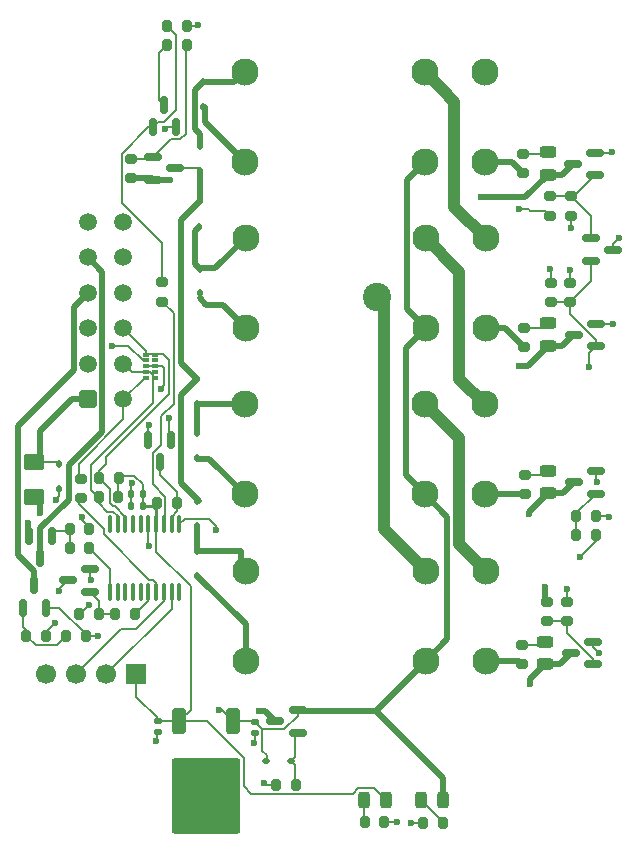
<source format=gbr>
%TF.GenerationSoftware,KiCad,Pcbnew,9.0.4*%
%TF.CreationDate,2026-01-15T15:25:04-08:00*%
%TF.ProjectId,relayBoard,72656c61-7942-46f6-9172-642e6b696361,rev?*%
%TF.SameCoordinates,Original*%
%TF.FileFunction,Copper,L1,Top*%
%TF.FilePolarity,Positive*%
%FSLAX46Y46*%
G04 Gerber Fmt 4.6, Leading zero omitted, Abs format (unit mm)*
G04 Created by KiCad (PCBNEW 9.0.4) date 2026-01-15 15:25:04*
%MOMM*%
%LPD*%
G01*
G04 APERTURE LIST*
G04 Aperture macros list*
%AMRoundRect*
0 Rectangle with rounded corners*
0 $1 Rounding radius*
0 $2 $3 $4 $5 $6 $7 $8 $9 X,Y pos of 4 corners*
0 Add a 4 corners polygon primitive as box body*
4,1,4,$2,$3,$4,$5,$6,$7,$8,$9,$2,$3,0*
0 Add four circle primitives for the rounded corners*
1,1,$1+$1,$2,$3*
1,1,$1+$1,$4,$5*
1,1,$1+$1,$6,$7*
1,1,$1+$1,$8,$9*
0 Add four rect primitives between the rounded corners*
20,1,$1+$1,$2,$3,$4,$5,0*
20,1,$1+$1,$4,$5,$6,$7,0*
20,1,$1+$1,$6,$7,$8,$9,0*
20,1,$1+$1,$8,$9,$2,$3,0*%
G04 Aperture macros list end*
%TA.AperFunction,SMDPad,CuDef*%
%ADD10RoundRect,0.112500X-0.112500X0.187500X-0.112500X-0.187500X0.112500X-0.187500X0.112500X0.187500X0*%
%TD*%
%TA.AperFunction,SMDPad,CuDef*%
%ADD11RoundRect,0.200000X0.200000X0.275000X-0.200000X0.275000X-0.200000X-0.275000X0.200000X-0.275000X0*%
%TD*%
%TA.AperFunction,ComponentPad*%
%ADD12C,1.500000*%
%TD*%
%TA.AperFunction,ComponentPad*%
%ADD13RoundRect,0.250001X0.499999X-0.499999X0.499999X0.499999X-0.499999X0.499999X-0.499999X-0.499999X0*%
%TD*%
%TA.AperFunction,SMDPad,CuDef*%
%ADD14RoundRect,0.150000X-0.150000X0.587500X-0.150000X-0.587500X0.150000X-0.587500X0.150000X0.587500X0*%
%TD*%
%TA.AperFunction,SMDPad,CuDef*%
%ADD15RoundRect,0.150000X0.150000X-0.587500X0.150000X0.587500X-0.150000X0.587500X-0.150000X-0.587500X0*%
%TD*%
%TA.AperFunction,SMDPad,CuDef*%
%ADD16RoundRect,0.250000X-0.350000X0.850000X-0.350000X-0.850000X0.350000X-0.850000X0.350000X0.850000X0*%
%TD*%
%TA.AperFunction,SMDPad,CuDef*%
%ADD17RoundRect,0.249997X-2.650003X2.950003X-2.650003X-2.950003X2.650003X-2.950003X2.650003X2.950003X0*%
%TD*%
%TA.AperFunction,SMDPad,CuDef*%
%ADD18RoundRect,0.150000X0.587500X0.150000X-0.587500X0.150000X-0.587500X-0.150000X0.587500X-0.150000X0*%
%TD*%
%TA.AperFunction,SMDPad,CuDef*%
%ADD19RoundRect,0.200000X-0.200000X-0.275000X0.200000X-0.275000X0.200000X0.275000X-0.200000X0.275000X0*%
%TD*%
%TA.AperFunction,SMDPad,CuDef*%
%ADD20RoundRect,0.112500X0.112500X-0.187500X0.112500X0.187500X-0.112500X0.187500X-0.112500X-0.187500X0*%
%TD*%
%TA.AperFunction,SMDPad,CuDef*%
%ADD21RoundRect,0.140000X-0.170000X0.140000X-0.170000X-0.140000X0.170000X-0.140000X0.170000X0.140000X0*%
%TD*%
%TA.AperFunction,SMDPad,CuDef*%
%ADD22RoundRect,0.243750X0.456250X-0.243750X0.456250X0.243750X-0.456250X0.243750X-0.456250X-0.243750X0*%
%TD*%
%TA.AperFunction,SMDPad,CuDef*%
%ADD23RoundRect,0.200000X0.275000X-0.200000X0.275000X0.200000X-0.275000X0.200000X-0.275000X-0.200000X0*%
%TD*%
%TA.AperFunction,ComponentPad*%
%ADD24C,2.300000*%
%TD*%
%TA.AperFunction,SMDPad,CuDef*%
%ADD25RoundRect,0.140000X0.140000X0.170000X-0.140000X0.170000X-0.140000X-0.170000X0.140000X-0.170000X0*%
%TD*%
%TA.AperFunction,SMDPad,CuDef*%
%ADD26RoundRect,0.100000X-0.100000X0.637500X-0.100000X-0.637500X0.100000X-0.637500X0.100000X0.637500X0*%
%TD*%
%TA.AperFunction,SMDPad,CuDef*%
%ADD27RoundRect,0.200000X-0.275000X0.200000X-0.275000X-0.200000X0.275000X-0.200000X0.275000X0.200000X0*%
%TD*%
%TA.AperFunction,SMDPad,CuDef*%
%ADD28RoundRect,0.243750X-0.243750X-0.456250X0.243750X-0.456250X0.243750X0.456250X-0.243750X0.456250X0*%
%TD*%
%TA.AperFunction,ComponentPad*%
%ADD29R,1.700000X1.700000*%
%TD*%
%TA.AperFunction,ComponentPad*%
%ADD30C,1.700000*%
%TD*%
%TA.AperFunction,SMDPad,CuDef*%
%ADD31RoundRect,0.112500X-0.187500X-0.112500X0.187500X-0.112500X0.187500X0.112500X-0.187500X0.112500X0*%
%TD*%
%TA.AperFunction,SMDPad,CuDef*%
%ADD32RoundRect,0.150000X-0.587500X-0.150000X0.587500X-0.150000X0.587500X0.150000X-0.587500X0.150000X0*%
%TD*%
%TA.AperFunction,SMDPad,CuDef*%
%ADD33RoundRect,0.075000X-0.200000X0.075000X-0.200000X-0.075000X0.200000X-0.075000X0.200000X0.075000X0*%
%TD*%
%TA.AperFunction,SMDPad,CuDef*%
%ADD34RoundRect,0.250001X-0.624999X0.462499X-0.624999X-0.462499X0.624999X-0.462499X0.624999X0.462499X0*%
%TD*%
%TA.AperFunction,SMDPad,CuDef*%
%ADD35RoundRect,0.140000X-0.140000X-0.170000X0.140000X-0.170000X0.140000X0.170000X-0.140000X0.170000X0*%
%TD*%
%TA.AperFunction,ViaPad*%
%ADD36C,0.600000*%
%TD*%
%TA.AperFunction,ViaPad*%
%ADD37C,2.400000*%
%TD*%
%TA.AperFunction,Conductor*%
%ADD38C,0.200000*%
%TD*%
%TA.AperFunction,Conductor*%
%ADD39C,0.500000*%
%TD*%
%TA.AperFunction,Conductor*%
%ADD40C,1.000000*%
%TD*%
%TA.AperFunction,Conductor*%
%ADD41C,0.250000*%
%TD*%
G04 APERTURE END LIST*
D10*
%TO.P,D7,2,A2*%
%TO.N,GND*%
X83070000Y-74720000D03*
%TO.P,D7,1,A1*%
%TO.N,BAT+*%
X83070000Y-72620000D03*
%TD*%
D11*
%TO.P,R15,1*%
%TO.N,Net-(U5-PA4)*%
X85585000Y-79720000D03*
%TO.P,R15,2*%
%TO.N,Net-(Q5-G)*%
X83935000Y-79720000D03*
%TD*%
D12*
%TO.P,J1,12,Pin_12*%
%TO.N,BSPD Fault*%
X88490000Y-52110000D03*
%TO.P,J1,11,Pin_11*%
%TO.N,SDC 1*%
X88490000Y-55110000D03*
%TO.P,J1,10,Pin_10*%
%TO.N,SDC 2*%
X88490000Y-58110000D03*
%TO.P,J1,9,Pin_9*%
%TO.N,Reset*%
X88490000Y-61110000D03*
%TO.P,J1,8,Pin_8*%
%TO.N,BMS Fault*%
X88490000Y-64110000D03*
%TO.P,J1,7,Pin_7*%
%TO.N,No_Faults*%
X88490000Y-67110000D03*
%TO.P,J1,6,Pin_6*%
%TO.N,IMD Fault*%
X85490000Y-52110000D03*
%TO.P,J1,5,Pin_5*%
%TO.N,Extra_GPIO_LOW*%
X85490000Y-55110000D03*
%TO.P,J1,4,Pin_4*%
%TO.N,Extra_GPIO_High*%
X85490000Y-58110000D03*
%TO.P,J1,3,Pin_3*%
%TO.N,Precharge_fault*%
X85490000Y-61110000D03*
%TO.P,J1,2,Pin_2*%
%TO.N,GND*%
X85490000Y-64110000D03*
D13*
%TO.P,J1,1,Pin_1*%
%TO.N,BAT+*%
X85490000Y-67110000D03*
%TD*%
D14*
%TO.P,Q5,3,D*%
%TO.N,Extra_GPIO_LOW*%
X81452500Y-80552500D03*
%TO.P,Q5,2,S*%
%TO.N,GND*%
X80502500Y-78677500D03*
%TO.P,Q5,1,G*%
%TO.N,Net-(Q5-G)*%
X82402500Y-78677500D03*
%TD*%
D15*
%TO.P,Q12,3,D*%
%TO.N,Extra_GPIO_High*%
X80937500Y-82882500D03*
%TO.P,Q12,2,S*%
%TO.N,GLV+*%
X81887500Y-84757500D03*
%TO.P,Q12,1,G*%
%TO.N,Net-(Q12-G)*%
X79987500Y-84757500D03*
%TD*%
D16*
%TO.P,U4,3,OUT*%
%TO.N,+3.3V*%
X93195000Y-94395000D03*
D17*
%TO.P,U4,2,GND*%
%TO.N,GND*%
X95475000Y-100695000D03*
D16*
%TO.P,U4,1,IN*%
%TO.N,GLV+*%
X97755000Y-94395000D03*
%TD*%
D18*
%TO.P,Q8,3,D*%
%TO.N,Net-(Q8-D)*%
X83775000Y-82460000D03*
%TO.P,Q8,2,S*%
%TO.N,GND*%
X85650000Y-81510000D03*
%TO.P,Q8,1,G*%
%TO.N,Net-(Q8-G)*%
X85650000Y-83410000D03*
%TD*%
D11*
%TO.P,R29,2*%
%TO.N,Net-(Q8-G)*%
X87785000Y-85280000D03*
%TO.P,R29,1*%
%TO.N,Net-(U5-PA9{slash}PA11)*%
X89435000Y-85280000D03*
%TD*%
%TO.P,R30,2*%
%TO.N,Net-(Q12-G)*%
X80265000Y-87160000D03*
%TO.P,R30,1*%
%TO.N,Net-(Q8-D)*%
X81915000Y-87160000D03*
%TD*%
D19*
%TO.P,R31,1*%
%TO.N,Net-(Q12-G)*%
X83625000Y-87160000D03*
%TO.P,R31,2*%
%TO.N,GLV+*%
X85275000Y-87160000D03*
%TD*%
%TO.P,R28,1*%
%TO.N,GND*%
X84745000Y-85300000D03*
%TO.P,R28,2*%
%TO.N,Net-(Q8-G)*%
X86395000Y-85300000D03*
%TD*%
D20*
%TO.P,D5,1,K*%
%TO.N,Net-(D5-K)*%
X94700000Y-67510000D03*
%TO.P,D5,2,A*%
%TO.N,Net-(D11-A)*%
X94700000Y-65410000D03*
%TD*%
D21*
%TO.P,C2,1*%
%TO.N,+3.3V*%
X91377500Y-94345000D03*
%TO.P,C2,2*%
%TO.N,GND*%
X91377500Y-95305000D03*
%TD*%
D19*
%TO.P,R4,1*%
%TO.N,BMS Fault*%
X86380000Y-75410000D03*
%TO.P,R4,2*%
%TO.N,+3.3V*%
X88030000Y-75410000D03*
%TD*%
D22*
%TO.P,D14,1,K*%
%TO.N,/Drain_IMD*%
X124390000Y-62570000D03*
%TO.P,D14,2,A*%
%TO.N,Net-(D14-A)*%
X124390000Y-60695000D03*
%TD*%
D20*
%TO.P,D11,1,K*%
%TO.N,Net-(D10-K)*%
X94730000Y-77847500D03*
%TO.P,D11,2,A*%
%TO.N,Net-(D11-A)*%
X94730000Y-75747500D03*
%TD*%
D23*
%TO.P,R13,1*%
%TO.N,Net-(Q11-G)*%
X124310000Y-85925000D03*
%TO.P,R13,2*%
%TO.N,Precharge_fault*%
X124310000Y-84275000D03*
%TD*%
D11*
%TO.P,R21,1*%
%TO.N,Net-(GLV1-Pad1)*%
X115505000Y-103010000D03*
%TO.P,R21,2*%
%TO.N,GND*%
X113855000Y-103010000D03*
%TD*%
D23*
%TO.P,R3,1*%
%TO.N,Net-(U5-PA10{slash}PA12)*%
X84920000Y-75505000D03*
%TO.P,R3,2*%
%TO.N,No_Faults*%
X84920000Y-73855000D03*
%TD*%
D24*
%TO.P,K6,1,1*%
%TO.N,/Drain_BSPD*%
X98740000Y-47020000D03*
%TO.P,K6,2,2*%
%TO.N,GLV+*%
X113980000Y-47020000D03*
%TO.P,K6,3,3*%
%TO.N,Net-(D1-K)*%
X119060000Y-47020000D03*
%TO.P,K6,4,4*%
%TO.N,SDC 1*%
X119060000Y-39400000D03*
%TO.P,K6,5,5*%
%TO.N,Net-(K5-Pad4)*%
X113980000Y-39400000D03*
%TO.P,K6,6,6*%
%TO.N,Net-(D1-K)*%
X98740000Y-39400000D03*
%TD*%
D25*
%TO.P,C7,1*%
%TO.N,+3.3V*%
X90120000Y-75140000D03*
%TO.P,C7,2*%
%TO.N,GND*%
X89160000Y-75140000D03*
%TD*%
D26*
%TO.P,U5,1,PB7*%
%TO.N,BMS_Gate*%
X93205000Y-77705000D03*
%TO.P,U5,2,PC14*%
%TO.N,Net-(Q2-D)*%
X92555000Y-77705000D03*
%TO.P,U5,3,PC15*%
%TO.N,Reset_Latch*%
X91905000Y-77705000D03*
%TO.P,U5,4,VDD*%
%TO.N,+3.3V*%
X91255000Y-77705000D03*
%TO.P,U5,5,VSS*%
%TO.N,GND*%
X90605000Y-77705000D03*
%TO.P,U5,6,PF2*%
%TO.N,unconnected-(U5-PF2-Pad6)*%
X89955000Y-77705000D03*
%TO.P,U5,7,PA0*%
%TO.N,unconnected-(U5-PA0-Pad7)*%
X89305000Y-77705000D03*
%TO.P,U5,8,PA1*%
%TO.N,Reset*%
X88655000Y-77705000D03*
%TO.P,U5,9,PA2*%
%TO.N,BMS Fault*%
X88005000Y-77705000D03*
%TO.P,U5,10,PA3*%
%TO.N,unconnected-(U5-PA3-Pad10)*%
X87355000Y-77705000D03*
%TO.P,U5,11,PA4*%
%TO.N,Net-(U5-PA4)*%
X87355000Y-83430000D03*
%TO.P,U5,12,PA5*%
%TO.N,unconnected-(U5-PA5-Pad12)*%
X88005000Y-83430000D03*
%TO.P,U5,13,PA6*%
%TO.N,unconnected-(U5-PA6-Pad13)*%
X88655000Y-83430000D03*
%TO.P,U5,14,PA7*%
%TO.N,unconnected-(U5-PA7-Pad14)*%
X89305000Y-83430000D03*
%TO.P,U5,15,PA8*%
%TO.N,unconnected-(U5-PA8-Pad15)*%
X89955000Y-83430000D03*
%TO.P,U5,16,PA9/PA11*%
%TO.N,Net-(U5-PA9{slash}PA11)*%
X90605000Y-83430000D03*
%TO.P,U5,17,PA10/PA12*%
%TO.N,Net-(U5-PA10{slash}PA12)*%
X91255000Y-83430000D03*
%TO.P,U5,18,PA13*%
%TO.N,SWDIO*%
X91905000Y-83430000D03*
%TO.P,U5,19,PA14*%
%TO.N,SWCLK*%
X92555000Y-83430000D03*
%TO.P,U5,20,PB6*%
%TO.N,unconnected-(U5-PB6-Pad20)*%
X93205000Y-83430000D03*
%TD*%
D27*
%TO.P,R16,1*%
%TO.N,GND*%
X126030000Y-84275000D03*
%TO.P,R16,2*%
%TO.N,Net-(Q11-G)*%
X126030000Y-85925000D03*
%TD*%
D23*
%TO.P,R8,1*%
%TO.N,GND*%
X126390000Y-51575000D03*
%TO.P,R8,2*%
%TO.N,BSPD_gate*%
X126390000Y-49925000D03*
%TD*%
D27*
%TO.P,R26,1*%
%TO.N,Net-(Q3-G)*%
X89102500Y-46735000D03*
%TO.P,R26,2*%
%TO.N,GLV+*%
X89102500Y-48385000D03*
%TD*%
D24*
%TO.P,K4,1,1*%
%TO.N,/Drain_BMS*%
X98750000Y-75170000D03*
%TO.P,K4,2,2*%
%TO.N,GLV+*%
X113990000Y-75170000D03*
%TO.P,K4,3,3*%
%TO.N,Net-(D5-K)*%
X119070000Y-75170000D03*
%TO.P,K4,4,4*%
%TO.N,Net-(K4-Pad4)*%
X119070000Y-67550000D03*
%TO.P,K4,5,5*%
%TO.N,Net-(K4-Pad5)*%
X113990000Y-67550000D03*
%TO.P,K4,6,6*%
%TO.N,Net-(D5-K)*%
X98750000Y-67550000D03*
%TD*%
D28*
%TO.P,GLV1,1*%
%TO.N,Net-(GLV1-Pad1)*%
X113642500Y-101070000D03*
%TO.P,GLV1,2*%
%TO.N,GLV+*%
X115517500Y-101070000D03*
%TD*%
D24*
%TO.P,K5,1,1*%
%TO.N,/Drain_IMD*%
X98830000Y-61060000D03*
%TO.P,K5,2,2*%
%TO.N,GLV+*%
X114070000Y-61060000D03*
%TO.P,K5,3,3*%
%TO.N,Net-(D3-K)*%
X119150000Y-61060000D03*
%TO.P,K5,4,4*%
%TO.N,Net-(K5-Pad4)*%
X119150000Y-53440000D03*
%TO.P,K5,5,5*%
%TO.N,Net-(K4-Pad4)*%
X114070000Y-53440000D03*
%TO.P,K5,6,6*%
%TO.N,Net-(D3-K)*%
X98830000Y-53440000D03*
%TD*%
D11*
%TO.P,R7,1*%
%TO.N,GND*%
X128475000Y-77020000D03*
%TO.P,R7,2*%
%TO.N,Net-(Q10-G)*%
X126825000Y-77020000D03*
%TD*%
D10*
%TO.P,D1,1,K*%
%TO.N,Net-(D1-K)*%
X95180000Y-40270000D03*
%TO.P,D1,2,A*%
%TO.N,/Drain_BSPD*%
X95180000Y-42370000D03*
%TD*%
D15*
%TO.P,Q4,1,G*%
%TO.N,Net-(Q4-G)*%
X91000000Y-44047500D03*
%TO.P,Q4,2,S*%
%TO.N,GND*%
X92900000Y-44047500D03*
%TO.P,Q4,3,D*%
%TO.N,Net-(Q4-D)*%
X91950000Y-42172500D03*
%TD*%
D23*
%TO.P,R22,1*%
%TO.N,Reset_Latch*%
X91730000Y-58840000D03*
%TO.P,R22,2*%
%TO.N,Net-(Q4-G)*%
X91730000Y-57190000D03*
%TD*%
D19*
%TO.P,R25,1*%
%TO.N,Net-(Q4-D)*%
X92205000Y-37080000D03*
%TO.P,R25,2*%
%TO.N,Net-(Q3-G)*%
X93855000Y-37080000D03*
%TD*%
D22*
%TO.P,D15,1,K*%
%TO.N,/Drain_BMS*%
X124430000Y-75070000D03*
%TO.P,D15,2,A*%
%TO.N,Net-(D15-A)*%
X124430000Y-73195000D03*
%TD*%
D10*
%TO.P,D10,1,K*%
%TO.N,Net-(D10-K)*%
X94730000Y-79950000D03*
%TO.P,D10,2,A*%
%TO.N,/Drain_Precharge*%
X94730000Y-82050000D03*
%TD*%
D19*
%TO.P,R9,1*%
%TO.N,Net-(Q10-G)*%
X126835000Y-78650000D03*
%TO.P,R9,2*%
%TO.N,BMS_Gate*%
X128485000Y-78650000D03*
%TD*%
D18*
%TO.P,Q9,1,G*%
%TO.N,IMD_Gate*%
X128477500Y-62622500D03*
%TO.P,Q9,2,S*%
%TO.N,GND*%
X128477500Y-60722500D03*
%TO.P,Q9,3,D*%
%TO.N,/Drain_IMD*%
X126602500Y-61672500D03*
%TD*%
%TO.P,Q11,1,G*%
%TO.N,Net-(Q11-G)*%
X128250000Y-89570000D03*
%TO.P,Q11,2,S*%
%TO.N,GND*%
X128250000Y-87670000D03*
%TO.P,Q11,3,D*%
%TO.N,/Drain_Precharge*%
X126375000Y-88620000D03*
%TD*%
D29*
%TO.P,J2,1,Pin_1*%
%TO.N,+3.3V*%
X89590000Y-90360000D03*
D30*
%TO.P,J2,2,Pin_2*%
%TO.N,SWCLK*%
X87050000Y-90360000D03*
%TO.P,J2,3,Pin_3*%
%TO.N,SWDIO*%
X84510000Y-90360000D03*
%TO.P,J2,4,Pin_4*%
%TO.N,GND*%
X81970000Y-90360000D03*
%TD*%
D31*
%TO.P,D17,1,K*%
%TO.N,GLV+*%
X100580000Y-97770000D03*
%TO.P,D17,2,A*%
%TO.N,Net-(D17-A)*%
X102680000Y-97770000D03*
%TD*%
D19*
%TO.P,R20,1*%
%TO.N,Net-(3V1-Pad1)*%
X108902500Y-102891250D03*
%TO.P,R20,2*%
%TO.N,GND*%
X110552500Y-102891250D03*
%TD*%
D27*
%TO.P,R5,1*%
%TO.N,BSPD_gate*%
X124610000Y-49915000D03*
%TO.P,R5,2*%
%TO.N,BSPD Fault*%
X124610000Y-51565000D03*
%TD*%
D32*
%TO.P,D8,1,A1*%
%TO.N,BSPD_gate*%
X128052500Y-53490000D03*
%TO.P,D8,2,A1*%
%TO.N,IMD_Gate*%
X128052500Y-55390000D03*
%TO.P,D8,3,K*%
%TO.N,GND*%
X129927500Y-54440000D03*
%TD*%
D20*
%TO.P,D4,1,K*%
%TO.N,Net-(D3-K)*%
X94920000Y-52510000D03*
%TO.P,D4,2,A*%
%TO.N,Net-(D11-A)*%
X94920000Y-50410000D03*
%TD*%
D18*
%TO.P,Q6,1,G*%
%TO.N,Net-(D17-A)*%
X103227500Y-95342500D03*
%TO.P,Q6,2,S*%
%TO.N,GLV+*%
X103227500Y-93442500D03*
%TO.P,Q6,3,D*%
%TO.N,Net-(Q6-D)*%
X101352500Y-94392500D03*
%TD*%
D19*
%TO.P,R14,1*%
%TO.N,Reset*%
X86430000Y-73810000D03*
%TO.P,R14,2*%
%TO.N,+3.3V*%
X88080000Y-73810000D03*
%TD*%
D27*
%TO.P,R10,1*%
%TO.N,Net-(D14-A)*%
X122420000Y-61055000D03*
%TO.P,R10,2*%
%TO.N,Net-(D3-K)*%
X122420000Y-62705000D03*
%TD*%
D23*
%TO.P,R17,1*%
%TO.N,IMD_Gate*%
X124650000Y-58900000D03*
%TO.P,R17,2*%
%TO.N,IMD Fault*%
X124650000Y-57250000D03*
%TD*%
D21*
%TO.P,C1,1*%
%TO.N,GLV+*%
X99597500Y-94405000D03*
%TO.P,C1,2*%
%TO.N,GND*%
X99597500Y-95365000D03*
%TD*%
D11*
%TO.P,R27,1*%
%TO.N,GND*%
X93835000Y-35500000D03*
%TO.P,R27,2*%
%TO.N,Net-(Q4-G)*%
X92185000Y-35500000D03*
%TD*%
D33*
%TO.P,U2,1,D1+*%
%TO.N,Reset*%
X90410000Y-63330000D03*
%TO.P,U2,2,D1-*%
%TO.N,Precharge_fault*%
X90410000Y-63830000D03*
%TO.P,U2,3,GND*%
%TO.N,GND*%
X90410000Y-64330000D03*
%TO.P,U2,4,D2+*%
%TO.N,BMS Fault*%
X90410000Y-64830000D03*
%TO.P,U2,5,D2-*%
%TO.N,No_Faults*%
X90410000Y-65330000D03*
%TO.P,U2,6,NC*%
%TO.N,unconnected-(U2-NC-Pad6)*%
X91180000Y-65330000D03*
%TO.P,U2,7,NC*%
%TO.N,unconnected-(U2-NC-Pad7)*%
X91180000Y-64830000D03*
%TO.P,U2,8,GND*%
%TO.N,GND*%
X91180000Y-64330000D03*
%TO.P,U2,9,NC*%
%TO.N,unconnected-(U2-NC-Pad9)*%
X91180000Y-63830000D03*
%TO.P,U2,10,NC*%
%TO.N,unconnected-(U2-NC-Pad10)*%
X91180000Y-63330000D03*
%TD*%
D18*
%TO.P,Q10,1,G*%
%TO.N,Net-(Q10-G)*%
X128517500Y-75102500D03*
%TO.P,Q10,2,S*%
%TO.N,GND*%
X128517500Y-73202500D03*
%TO.P,Q10,3,D*%
%TO.N,/Drain_BMS*%
X126642500Y-74152500D03*
%TD*%
D28*
%TO.P,3V1,1*%
%TO.N,Net-(3V1-Pad1)*%
X108860000Y-101031250D03*
%TO.P,3V1,2*%
%TO.N,+3.3V*%
X110735000Y-101031250D03*
%TD*%
D22*
%TO.P,D13,1,K*%
%TO.N,/Drain_BSPD*%
X124410000Y-48097500D03*
%TO.P,D13,2,A*%
%TO.N,Net-(D13-A)*%
X124410000Y-46222500D03*
%TD*%
D19*
%TO.P,R19,1*%
%TO.N,+3.3V*%
X91345000Y-75890000D03*
%TO.P,R19,2*%
%TO.N,Net-(Q2-D)*%
X92995000Y-75890000D03*
%TD*%
D18*
%TO.P,Q1,1,G*%
%TO.N,BSPD_gate*%
X128437500Y-48142500D03*
%TO.P,Q1,2,S*%
%TO.N,GND*%
X128437500Y-46242500D03*
%TO.P,Q1,3,D*%
%TO.N,/Drain_BSPD*%
X126562500Y-47192500D03*
%TD*%
D34*
%TO.P,F1,1*%
%TO.N,BAT+*%
X80920000Y-72422500D03*
%TO.P,F1,2*%
%TO.N,Net-(Q6-D)*%
X80920000Y-75397500D03*
%TD*%
D27*
%TO.P,R11,1*%
%TO.N,Net-(D15-A)*%
X122470000Y-73500000D03*
%TO.P,R11,2*%
%TO.N,Net-(D5-K)*%
X122470000Y-75150000D03*
%TD*%
%TO.P,R18,1*%
%TO.N,GND*%
X126270000Y-57260000D03*
%TO.P,R18,2*%
%TO.N,IMD_Gate*%
X126270000Y-58910000D03*
%TD*%
%TO.P,R12,1*%
%TO.N,Net-(D16-A)*%
X122230000Y-87895000D03*
%TO.P,R12,2*%
%TO.N,Net-(D10-K)*%
X122230000Y-89545000D03*
%TD*%
D35*
%TO.P,C6,1*%
%TO.N,GND*%
X89160000Y-76150000D03*
%TO.P,C6,2*%
%TO.N,+3.3V*%
X90120000Y-76150000D03*
%TD*%
D10*
%TO.P,D2,1,K*%
%TO.N,Net-(D1-K)*%
X95000000Y-45690000D03*
%TO.P,D2,2,A*%
%TO.N,Net-(D11-A)*%
X95000000Y-47790000D03*
%TD*%
D11*
%TO.P,R2,1*%
%TO.N,GND*%
X85595000Y-78100000D03*
%TO.P,R2,2*%
%TO.N,Net-(Q5-G)*%
X83945000Y-78100000D03*
%TD*%
D10*
%TO.P,D3,1,K*%
%TO.N,Net-(D3-K)*%
X94940000Y-56050000D03*
%TO.P,D3,2,A*%
%TO.N,/Drain_IMD*%
X94940000Y-58150000D03*
%TD*%
D11*
%TO.P,R1,1*%
%TO.N,Net-(D17-A)*%
X103075000Y-99750000D03*
%TO.P,R1,2*%
%TO.N,GND*%
X101425000Y-99750000D03*
%TD*%
D27*
%TO.P,R6,1*%
%TO.N,Net-(D13-A)*%
X122340000Y-46315000D03*
%TO.P,R6,2*%
%TO.N,Net-(D1-K)*%
X122340000Y-47965000D03*
%TD*%
D10*
%TO.P,D6,1,K*%
%TO.N,Net-(D5-K)*%
X94700000Y-70010000D03*
%TO.P,D6,2,A*%
%TO.N,/Drain_BMS*%
X94700000Y-72110000D03*
%TD*%
D14*
%TO.P,Q2,1,G*%
%TO.N,IMD_Gate*%
X92502500Y-70592500D03*
%TO.P,Q2,2,S*%
%TO.N,GND*%
X90602500Y-70592500D03*
%TO.P,Q2,3,D*%
%TO.N,Net-(Q2-D)*%
X91552500Y-72467500D03*
%TD*%
D22*
%TO.P,D16,1,K*%
%TO.N,/Drain_Precharge*%
X124210000Y-89547500D03*
%TO.P,D16,2,A*%
%TO.N,Net-(D16-A)*%
X124210000Y-87672500D03*
%TD*%
D32*
%TO.P,Q3,1,G*%
%TO.N,Net-(Q3-G)*%
X91002500Y-46620000D03*
%TO.P,Q3,2,S*%
%TO.N,GLV+*%
X91002500Y-48520000D03*
%TO.P,Q3,3,D*%
%TO.N,Net-(D11-A)*%
X92877500Y-47570000D03*
%TD*%
D24*
%TO.P,K7,1,1*%
%TO.N,/Drain_Precharge*%
X98830000Y-89250000D03*
%TO.P,K7,2,2*%
%TO.N,GLV+*%
X114070000Y-89250000D03*
%TO.P,K7,3,3*%
%TO.N,Net-(D10-K)*%
X119150000Y-89250000D03*
%TO.P,K7,4,4*%
%TO.N,Net-(K4-Pad5)*%
X119150000Y-81630000D03*
%TO.P,K7,5,5*%
%TO.N,SDC 2*%
X114070000Y-81630000D03*
%TO.P,K7,6,6*%
%TO.N,Net-(D10-K)*%
X98830000Y-81630000D03*
%TD*%
D36*
%TO.N,Precharge_fault*%
X87533096Y-62623995D03*
%TO.N,GND*%
X82750000Y-75630000D03*
X85570000Y-84510000D03*
X85720000Y-82450000D03*
%TO.N,GLV+*%
X96540000Y-93460000D03*
X86340000Y-87160000D03*
%TO.N,Net-(Q8-D)*%
X83050000Y-83340000D03*
X82670000Y-86070000D03*
%TO.N,GND*%
X94290000Y-98470000D03*
X94830000Y-35430000D03*
X94280000Y-101430000D03*
X95260000Y-102190000D03*
X99580000Y-96200000D03*
X111627500Y-102891250D03*
X129920000Y-60710000D03*
X96320000Y-101450000D03*
X97260000Y-99230000D03*
X96330000Y-99970000D03*
X96330000Y-99230000D03*
X128590000Y-74150000D03*
X112820000Y-103030000D03*
X94290000Y-99950000D03*
X93280000Y-99950000D03*
X97260000Y-100710000D03*
X95260000Y-102930000D03*
X93280000Y-98470000D03*
X93280000Y-99210000D03*
X129890000Y-46210000D03*
X128740000Y-88590000D03*
X90620000Y-69260000D03*
X96320000Y-102930000D03*
X126030000Y-83160000D03*
X80440000Y-77620000D03*
X89170000Y-74220000D03*
X126280000Y-56210000D03*
X93270000Y-101430000D03*
X130450000Y-53490000D03*
X95270000Y-99970000D03*
X91250000Y-96080000D03*
X129630000Y-77050000D03*
X93280000Y-100690000D03*
X97250000Y-102190000D03*
X97250000Y-101450000D03*
X85000735Y-77109265D03*
X95270000Y-98490000D03*
X94290000Y-99210000D03*
X97250000Y-102930000D03*
X94280000Y-102170000D03*
X96330000Y-98490000D03*
X97260000Y-99970000D03*
X126410000Y-52620000D03*
X100370000Y-99640000D03*
X90620000Y-79520000D03*
X95260000Y-101450000D03*
X96330000Y-100710000D03*
X92000000Y-44240000D03*
X96320000Y-102190000D03*
X91630000Y-66210000D03*
X93270000Y-102170000D03*
X94290000Y-100690000D03*
X97260000Y-98490000D03*
X95270000Y-100710000D03*
X94280000Y-102910000D03*
X95270000Y-99230000D03*
X93270000Y-102910000D03*
D37*
%TO.N,SDC 2*%
X109930000Y-58490000D03*
D36*
%TO.N,/Drain_BMS*%
X122840000Y-76810000D03*
%TO.N,/Drain_BSPD*%
X118720000Y-50030000D03*
%TO.N,/Drain_IMD*%
X122000000Y-64260000D03*
%TO.N,BSPD Fault*%
X122010000Y-51000000D03*
%TO.N,IMD_Gate*%
X127940000Y-64390000D03*
X92380000Y-68700000D03*
%TO.N,IMD Fault*%
X124570000Y-56110000D03*
%TO.N,/Drain_Precharge*%
X122930000Y-91200000D03*
%TO.N,Net-(Q6-D)*%
X99960000Y-93550000D03*
X81400000Y-76720000D03*
%TO.N,Precharge_fault*%
X124160000Y-82990000D03*
%TO.N,BMS_Gate*%
X127135000Y-80495000D03*
X96300000Y-78210000D03*
%TO.N,GLV+*%
X92460000Y-48570000D03*
%TD*%
D38*
%TO.N,Precharge_fault*%
X87537091Y-62620000D02*
X88891176Y-62620000D01*
X88891176Y-62620000D02*
X90101176Y-63830000D01*
X90101176Y-63830000D02*
X90410000Y-63830000D01*
D39*
X87533096Y-62623995D02*
X87537091Y-62620000D01*
D38*
%TO.N,BAT+*%
X80920000Y-72422500D02*
X82872500Y-72422500D01*
X82872500Y-72422500D02*
X83070000Y-72620000D01*
%TO.N,GND*%
X83070000Y-74720000D02*
X83070000Y-75310000D01*
X83070000Y-75310000D02*
X82750000Y-75630000D01*
D39*
%TO.N,Extra_GPIO_LOW*%
X81452500Y-80552500D02*
X81452500Y-78017500D01*
X83850000Y-75620000D02*
X83850000Y-72690000D01*
X86691000Y-56311000D02*
X85490000Y-55110000D01*
X81452500Y-78017500D02*
X83850000Y-75620000D01*
X86691000Y-69849000D02*
X86691000Y-56311000D01*
X83850000Y-72690000D02*
X86691000Y-69849000D01*
%TO.N,Extra_GPIO_High*%
X80937500Y-82617500D02*
X80937500Y-81629100D01*
X80937500Y-81629100D02*
X79571000Y-80262600D01*
X84289000Y-59311000D02*
X85490000Y-58110000D01*
X84289000Y-64660841D02*
X84289000Y-59311000D01*
X79571000Y-80262600D02*
X79571000Y-69378841D01*
X79571000Y-69378841D02*
X84289000Y-64660841D01*
D38*
%TO.N,Net-(U5-PA4)*%
X85585000Y-79720000D02*
X87355000Y-81490000D01*
X87355000Y-81490000D02*
X87355000Y-83430000D01*
%TO.N,Net-(Q5-G)*%
X83945000Y-78100000D02*
X83945000Y-79710000D01*
X83945000Y-79710000D02*
X83935000Y-79720000D01*
X82402500Y-78677500D02*
X82770000Y-78310000D01*
X82770000Y-78310000D02*
X84000000Y-78310000D01*
X84000000Y-78310000D02*
X84030000Y-78340000D01*
%TO.N,GND*%
X85495000Y-77824466D02*
X85495000Y-78410000D01*
X85000735Y-77330201D02*
X85495000Y-77824466D01*
X85000735Y-77109265D02*
X85000735Y-77330201D01*
%TO.N,Net-(U5-PA10{slash}PA12)*%
X84740000Y-75585000D02*
X84740000Y-76000000D01*
X84740000Y-76000000D02*
X86854000Y-78114000D01*
X90953999Y-82391500D02*
X91255000Y-82692501D01*
X86854000Y-78114000D02*
X86854000Y-78554000D01*
X86854000Y-78554000D02*
X90691500Y-82391500D01*
X90691500Y-82391500D02*
X90953999Y-82391500D01*
X91255000Y-82692501D02*
X91255000Y-83430000D01*
%TO.N,GND*%
X84745000Y-85300000D02*
X84780000Y-85300000D01*
X84780000Y-85300000D02*
X85570000Y-84510000D01*
X85650000Y-81510000D02*
X85650000Y-82380000D01*
X85650000Y-82380000D02*
X85720000Y-82450000D01*
%TO.N,GLV+*%
X96540000Y-93460000D02*
X96820000Y-93460000D01*
X96820000Y-93460000D02*
X97755000Y-94395000D01*
X85275000Y-87160000D02*
X86340000Y-87160000D01*
%TO.N,SWDIO*%
X89509499Y-86563000D02*
X88307000Y-86563000D01*
X88307000Y-86563000D02*
X84510000Y-90360000D01*
%TO.N,SWCLK*%
X92555000Y-83430000D02*
X92555000Y-84855000D01*
X92555000Y-84855000D02*
X87050000Y-90360000D01*
%TO.N,Net-(Q12-G)*%
X83625000Y-87160000D02*
X82849000Y-87936000D01*
X82849000Y-87936000D02*
X81041000Y-87936000D01*
X81041000Y-87936000D02*
X80265000Y-87160000D01*
%TO.N,GLV+*%
X81887500Y-84757500D02*
X83013436Y-84757500D01*
X83013436Y-84757500D02*
X85275000Y-87019064D01*
X85275000Y-87019064D02*
X85275000Y-87160000D01*
%TO.N,Net-(Q8-D)*%
X83050000Y-83340000D02*
X83050000Y-83185000D01*
X83050000Y-83185000D02*
X83775000Y-82460000D01*
X81915000Y-87160000D02*
X81915000Y-86825000D01*
X81915000Y-86825000D02*
X82670000Y-86070000D01*
%TO.N,Net-(Q12-G)*%
X79987500Y-84757500D02*
X79987500Y-86432500D01*
X79987500Y-86432500D02*
X80385000Y-86830000D01*
%TO.N,Net-(Q8-G)*%
X85650000Y-83410000D02*
X86395000Y-84155000D01*
X86395000Y-84155000D02*
X86395000Y-85300000D01*
X86395000Y-85300000D02*
X87765000Y-85300000D01*
X87765000Y-85300000D02*
X87785000Y-85280000D01*
%TO.N,Net-(U5-PA9{slash}PA11)*%
X90160000Y-84600000D02*
X90172499Y-84600000D01*
X89807500Y-84907500D02*
X89852500Y-84907500D01*
X90172499Y-84600000D02*
X90605000Y-84167499D01*
X89852500Y-84907500D02*
X90160000Y-84600000D01*
X89435000Y-85280000D02*
X89807500Y-84907500D01*
X90605000Y-84167499D02*
X90605000Y-83430000D01*
%TO.N,GND*%
X126390000Y-52600000D02*
X126410000Y-52620000D01*
X91250000Y-96080000D02*
X91312500Y-96017500D01*
X81850000Y-89810000D02*
X81880000Y-89780000D01*
X128517500Y-74077500D02*
X128590000Y-74150000D01*
X101425000Y-99750000D02*
X100480000Y-99750000D01*
X91929000Y-64459000D02*
X91929000Y-65911000D01*
X129927500Y-54012500D02*
X130450000Y-53490000D01*
X113855000Y-103010000D02*
X112840000Y-103010000D01*
X90610000Y-77710000D02*
X90605000Y-77705000D01*
X129600000Y-77020000D02*
X129630000Y-77050000D01*
X129907500Y-60722500D02*
X129920000Y-60710000D01*
X128250000Y-87670000D02*
X128250000Y-88100000D01*
X89160000Y-74230000D02*
X89170000Y-74220000D01*
X129857500Y-46242500D02*
X129890000Y-46210000D01*
X110552500Y-102891250D02*
X111627500Y-102891250D01*
X100480000Y-99750000D02*
X100370000Y-99640000D01*
X99597500Y-96182500D02*
X99580000Y-96200000D01*
X90540000Y-64300000D02*
X91310000Y-64300000D01*
X93802500Y-35462500D02*
X93840000Y-35425000D01*
X99597500Y-95365000D02*
X99597500Y-96182500D01*
X89160000Y-75140000D02*
X89160000Y-74230000D01*
X91929000Y-65911000D02*
X91630000Y-66210000D01*
X128250000Y-88100000D02*
X128740000Y-88590000D01*
X126270000Y-57260000D02*
X126270000Y-56220000D01*
D39*
X80410000Y-77650000D02*
X80410000Y-78585000D01*
D38*
X90605000Y-77705000D02*
X90605000Y-79505000D01*
X80410000Y-78585000D02*
X80502500Y-78677500D01*
X90602500Y-69277500D02*
X90620000Y-69260000D01*
X93835000Y-35500000D02*
X94760000Y-35500000D01*
X90602500Y-70592500D02*
X90602500Y-69277500D01*
X92192500Y-44047500D02*
X92000000Y-44240000D01*
X128477500Y-60722500D02*
X129907500Y-60722500D01*
X92900000Y-44047500D02*
X92192500Y-44047500D01*
X128437500Y-46242500D02*
X129857500Y-46242500D01*
X126390000Y-51575000D02*
X126390000Y-52600000D01*
X91312500Y-96017500D02*
X91312500Y-95370000D01*
X126030000Y-84275000D02*
X126030000Y-83160000D01*
X94715000Y-98625000D02*
X94715000Y-99460000D01*
X128517500Y-73202500D02*
X128517500Y-74077500D01*
X90605000Y-79505000D02*
X90620000Y-79520000D01*
X89160000Y-76150000D02*
X89160000Y-75140000D01*
X91770000Y-64300000D02*
X91929000Y-64459000D01*
X126270000Y-56220000D02*
X126280000Y-56210000D01*
X128475000Y-77020000D02*
X129600000Y-77020000D01*
X94760000Y-35500000D02*
X94830000Y-35430000D01*
D39*
X80440000Y-77620000D02*
X80410000Y-77650000D01*
D38*
X129927500Y-54440000D02*
X129927500Y-54012500D01*
X91310000Y-64300000D02*
X91770000Y-64300000D01*
X91312500Y-95370000D02*
X91377500Y-95305000D01*
X112840000Y-103010000D02*
X112820000Y-103030000D01*
%TO.N,No_Faults*%
X88490000Y-67110000D02*
X90290000Y-65310000D01*
X88490000Y-67110000D02*
X88490000Y-68829232D01*
X88490000Y-68829232D02*
X84740000Y-72579232D01*
X90290000Y-65310000D02*
X90420000Y-65310000D01*
X84740000Y-72579232D02*
X84740000Y-73935000D01*
D39*
%TO.N,Net-(D5-K)*%
X94700000Y-67510000D02*
X94700000Y-70010000D01*
X122470000Y-75150000D02*
X119090000Y-75150000D01*
X94700000Y-67540000D02*
X97810000Y-67540000D01*
D38*
X119090000Y-75150000D02*
X119070000Y-75170000D01*
D40*
%TO.N,Net-(K5-Pad4)*%
X113980000Y-39400000D02*
X115431000Y-40851000D01*
X116510000Y-41930000D02*
X116510000Y-50800000D01*
X115431000Y-40851000D02*
X116510000Y-41930000D01*
X116510000Y-50800000D02*
X119150000Y-53440000D01*
%TO.N,SDC 2*%
X109930000Y-58490000D02*
X110540000Y-59100000D01*
X110540000Y-59100000D02*
X110540000Y-78100000D01*
X110540000Y-78100000D02*
X114070000Y-81630000D01*
D39*
%TO.N,/Drain_BMS*%
X122840000Y-76660000D02*
X124430000Y-75070000D01*
X122840000Y-76810000D02*
X122840000Y-76660000D01*
X124430000Y-75070000D02*
X125725000Y-75070000D01*
X94700000Y-72140000D02*
X95720000Y-72140000D01*
X125725000Y-75070000D02*
X126642500Y-74152500D01*
X95720000Y-72140000D02*
X98750000Y-75170000D01*
D40*
%TO.N,Net-(K4-Pad4)*%
X116930000Y-56300000D02*
X114070000Y-53440000D01*
X116930000Y-65410000D02*
X116930000Y-56300000D01*
X119070000Y-67550000D02*
X116930000Y-65410000D01*
D39*
%TO.N,/Drain_BSPD*%
X125657500Y-48097500D02*
X126562500Y-47192500D01*
X98740000Y-47020000D02*
X95359100Y-43639100D01*
X118740000Y-50010000D02*
X122497500Y-50010000D01*
X118720000Y-50030000D02*
X118740000Y-50010000D01*
X124410000Y-48097500D02*
X125657500Y-48097500D01*
X95359100Y-43639100D02*
X95359100Y-42370000D01*
X122497500Y-50010000D02*
X124410000Y-48097500D01*
%TO.N,Net-(D1-K)*%
X121395000Y-47020000D02*
X122340000Y-47965000D01*
X94950000Y-44690000D02*
X94504000Y-44244000D01*
X95180000Y-40270000D02*
X97870000Y-40270000D01*
X98430000Y-39090000D02*
X98740000Y-39400000D01*
X97870000Y-40270000D02*
X98740000Y-39400000D01*
X94950000Y-45690000D02*
X94950000Y-44690000D01*
X94504000Y-44244000D02*
X94504000Y-40946000D01*
X94504000Y-40946000D02*
X95180000Y-40270000D01*
X119060000Y-47020000D02*
X121395000Y-47020000D01*
%TO.N,Net-(D3-K)*%
X94550000Y-55660000D02*
X94940000Y-56050000D01*
X94550000Y-52880000D02*
X94550000Y-55660000D01*
X94950000Y-56040000D02*
X96230000Y-56040000D01*
X120775000Y-61060000D02*
X122420000Y-62705000D01*
X96230000Y-56040000D02*
X98830000Y-53440000D01*
X119150000Y-61060000D02*
X120775000Y-61060000D01*
X94940000Y-56050000D02*
X94950000Y-56040000D01*
X94920000Y-52510000D02*
X94550000Y-52880000D01*
%TO.N,/Drain_IMD*%
X96880000Y-59110000D02*
X98830000Y-61060000D01*
X122000000Y-64260000D02*
X122700000Y-64260000D01*
X94940000Y-58530000D02*
X95510000Y-59100000D01*
X124390000Y-62570000D02*
X125642500Y-62570000D01*
X95510000Y-59100000D02*
X96880000Y-59100000D01*
X122700000Y-64260000D02*
X124390000Y-62570000D01*
X96880000Y-59100000D02*
X96880000Y-59110000D01*
X125642500Y-62570000D02*
X126612500Y-61600000D01*
D38*
%TO.N,BSPD Fault*%
X124195000Y-51150000D02*
X124610000Y-51565000D01*
X122800000Y-51000000D02*
X122950000Y-51150000D01*
X122010000Y-51000000D02*
X122800000Y-51000000D01*
X122950000Y-51150000D02*
X124195000Y-51150000D01*
%TO.N,BMS Fault*%
X89190000Y-64810000D02*
X90420000Y-64810000D01*
X85729000Y-74759000D02*
X85729000Y-72716936D01*
X88005000Y-77041000D02*
X88005000Y-77705000D01*
X86380000Y-75410000D02*
X85729000Y-74759000D01*
X85729000Y-72716936D02*
X90996000Y-67449936D01*
X90996000Y-65077176D02*
X90728824Y-64810000D01*
X88490000Y-64110000D02*
X89190000Y-64810000D01*
X87583865Y-76619865D02*
X88005000Y-77041000D01*
X86380000Y-75885000D02*
X87114865Y-76619865D01*
X90728824Y-64810000D02*
X90420000Y-64810000D01*
X90996000Y-67449936D02*
X90996000Y-65077176D01*
X86380000Y-75410000D02*
X86380000Y-75885000D01*
X87114865Y-76619865D02*
X87583865Y-76619865D01*
%TO.N,Reset*%
X86430000Y-73205000D02*
X87015000Y-72620000D01*
X87329000Y-74709000D02*
X87329000Y-75898064D01*
X87616936Y-76186000D02*
X87793370Y-76186000D01*
X92330000Y-66683036D02*
X92330000Y-63790000D01*
X92330000Y-63790000D02*
X91850000Y-63310000D01*
X88490000Y-61110000D02*
X90420000Y-63040000D01*
X87793370Y-76186000D02*
X88655000Y-77047630D01*
X86430000Y-73810000D02*
X87329000Y-74709000D01*
X88655000Y-77047630D02*
X88655000Y-77705000D01*
X90420000Y-63040000D02*
X90420000Y-63310000D01*
X86430000Y-73810000D02*
X86430000Y-73205000D01*
X87015000Y-71998036D02*
X92330000Y-66683036D01*
X87329000Y-75898064D02*
X87616936Y-76186000D01*
X87015000Y-72620000D02*
X87015000Y-71998036D01*
X91850000Y-63310000D02*
X90420000Y-63310000D01*
%TO.N,Net-(Q10-G)*%
X126825000Y-77020000D02*
X126825000Y-78640000D01*
X126755000Y-76865000D02*
X128517500Y-75102500D01*
X126825000Y-78640000D02*
X126835000Y-78650000D01*
%TO.N,IMD_Gate*%
X92502500Y-70072500D02*
X92350000Y-69920000D01*
X126270000Y-59894468D02*
X128477500Y-62101968D01*
X127940000Y-63160000D02*
X128477500Y-62622500D01*
X124650000Y-58900000D02*
X126260000Y-58900000D01*
X126260000Y-58900000D02*
X126270000Y-58910000D01*
X92380000Y-68700000D02*
X92380000Y-70470000D01*
X92380000Y-70470000D02*
X92502500Y-70592500D01*
X128052500Y-57127500D02*
X128052500Y-55390000D01*
X126270000Y-58910000D02*
X126270000Y-59894468D01*
X92502500Y-70592500D02*
X92502500Y-70072500D01*
X126270000Y-58910000D02*
X128052500Y-57127500D01*
X127940000Y-64390000D02*
X127940000Y-63160000D01*
X128477500Y-62101968D02*
X128477500Y-62622500D01*
%TO.N,BSPD_gate*%
X126380000Y-49915000D02*
X126390000Y-49925000D01*
X124610000Y-49915000D02*
X126380000Y-49915000D01*
X128052500Y-51587500D02*
X128052500Y-53490000D01*
X126390000Y-49925000D02*
X128052500Y-51587500D01*
X126655000Y-49925000D02*
X128437500Y-48142500D01*
X126390000Y-49925000D02*
X126655000Y-49925000D01*
%TO.N,IMD Fault*%
X124650000Y-56190000D02*
X124570000Y-56110000D01*
X124650000Y-57250000D02*
X124650000Y-56190000D01*
X124650000Y-57250000D02*
X124650000Y-56990057D01*
D40*
%TO.N,Net-(K4-Pad5)*%
X113990000Y-67550000D02*
X116860000Y-70420000D01*
X116860000Y-70420000D02*
X116860000Y-79340000D01*
X116860000Y-79340000D02*
X119150000Y-81630000D01*
D39*
%TO.N,/Drain_Precharge*%
X98840000Y-86180000D02*
X98830000Y-86190000D01*
X98830000Y-86190000D02*
X98830000Y-89250000D01*
X125447500Y-89547500D02*
X126375000Y-88620000D01*
X122930000Y-91200000D02*
X122930000Y-90827500D01*
X124210000Y-89547500D02*
X125447500Y-89547500D01*
X122930000Y-90827500D02*
X124210000Y-89547500D01*
X98840000Y-86180000D02*
X94750000Y-82090000D01*
%TO.N,Net-(D10-K)*%
X98400000Y-81200000D02*
X98830000Y-81630000D01*
X121935000Y-89250000D02*
X122230000Y-89545000D01*
X94750000Y-79990000D02*
X98400000Y-79990000D01*
X119150000Y-89250000D02*
X121935000Y-89250000D01*
X94730000Y-79950000D02*
X94730000Y-77847500D01*
X98400000Y-79990000D02*
X98400000Y-81200000D01*
D38*
%TO.N,+3.3V*%
X93145000Y-94345000D02*
X93195000Y-94395000D01*
X89588750Y-92318750D02*
X91377500Y-94107500D01*
X107888104Y-100526000D02*
X108383854Y-100030250D01*
X89590000Y-92317500D02*
X89588750Y-92318750D01*
X91255000Y-77705000D02*
X91255000Y-80015000D01*
D41*
X90965000Y-76160000D02*
X91255000Y-76450000D01*
D38*
X89418943Y-73619000D02*
X90120000Y-74320057D01*
X93195000Y-94395000D02*
X95561160Y-94395000D01*
D41*
X91255000Y-76450000D02*
X91255000Y-77705000D01*
D38*
X88030000Y-75410000D02*
X88030000Y-73860000D01*
X90120000Y-76150000D02*
X90120000Y-75140000D01*
X95561160Y-94395000D02*
X98676000Y-97509840D01*
X91255000Y-80015000D02*
X94179000Y-82939000D01*
X98676000Y-99876000D02*
X99326000Y-100526000D01*
X91377500Y-94107500D02*
X91377500Y-94345000D01*
X88080000Y-73810000D02*
X88271000Y-73619000D01*
X88030000Y-73860000D02*
X88080000Y-73810000D01*
X89590000Y-90360000D02*
X89590000Y-92317500D01*
X109734000Y-100030250D02*
X110735000Y-101031250D01*
X99326000Y-100526000D02*
X107888104Y-100526000D01*
X108383854Y-100030250D02*
X109734000Y-100030250D01*
D41*
X90965000Y-76160000D02*
X89942096Y-76160000D01*
D38*
X90335000Y-76195000D02*
X90400000Y-76130000D01*
X91377500Y-94345000D02*
X93145000Y-94345000D01*
X94179000Y-93411000D02*
X93195000Y-94395000D01*
X88271000Y-73619000D02*
X89418943Y-73619000D01*
X90120000Y-74320057D02*
X90120000Y-75140000D01*
X98676000Y-97509840D02*
X98676000Y-99876000D01*
X94179000Y-82939000D02*
X94179000Y-93411000D01*
D39*
%TO.N,Net-(D11-A)*%
X94950000Y-50380000D02*
X94950000Y-47790000D01*
X94920000Y-50410000D02*
X94950000Y-50380000D01*
X93360000Y-51970000D02*
X93360000Y-64070000D01*
X93330000Y-74240000D02*
X94850000Y-75760000D01*
D38*
X94910000Y-47880000D02*
X95000000Y-47790000D01*
D39*
X93360000Y-64070000D02*
X94700000Y-65410000D01*
D38*
X92877500Y-47570000D02*
X94780000Y-47570000D01*
D39*
X94700000Y-65410000D02*
X93330000Y-66780000D01*
X94920000Y-50410000D02*
X93360000Y-51970000D01*
X93330000Y-66780000D02*
X93330000Y-74240000D01*
D38*
X94780000Y-47570000D02*
X95000000Y-47790000D01*
%TO.N,SWDIO*%
X91905000Y-84167499D02*
X89509499Y-86563000D01*
X91905000Y-83430000D02*
X91905000Y-84167499D01*
%TO.N,SWCLK*%
X86930000Y-90240000D02*
X87050000Y-90360000D01*
%TO.N,Reset_Latch*%
X92731000Y-59841000D02*
X92731000Y-67499057D01*
X91670000Y-68560057D02*
X91670000Y-70970532D01*
X90951500Y-74307436D02*
X92046000Y-75401936D01*
X90951500Y-71689032D02*
X90951500Y-74307436D01*
X91730000Y-58840000D02*
X92731000Y-59841000D01*
X92046000Y-77564000D02*
X91905000Y-77705000D01*
X92731000Y-67499057D02*
X91670000Y-68560057D01*
X91670000Y-70970532D02*
X90951500Y-71689032D01*
X92046000Y-75401936D02*
X92046000Y-77564000D01*
%TO.N,Net-(3V1-Pad1)*%
X108860000Y-101031250D02*
X108860000Y-102848750D01*
%TO.N,Net-(D13-A)*%
X122340000Y-46315000D02*
X124337500Y-46315000D01*
X124337500Y-46315000D02*
X124460000Y-46192500D01*
%TO.N,Net-(D14-A)*%
X124030000Y-61055000D02*
X124390000Y-60695000D01*
X122420000Y-61055000D02*
X124030000Y-61055000D01*
%TO.N,Net-(D15-A)*%
X122470000Y-73500000D02*
X124125000Y-73500000D01*
X124125000Y-73500000D02*
X124430000Y-73195000D01*
%TO.N,Net-(D16-A)*%
X123987500Y-87895000D02*
X124210000Y-87672500D01*
X122230000Y-87895000D02*
X123987500Y-87895000D01*
%TO.N,Net-(D17-A)*%
X103075000Y-99750000D02*
X103030000Y-99705000D01*
X103030000Y-99705000D02*
X103030000Y-98120000D01*
X103030000Y-95540000D02*
X103227500Y-95342500D01*
X103030000Y-97420000D02*
X103030000Y-95540000D01*
X103030000Y-98120000D02*
X102680000Y-97770000D01*
X102680000Y-97770000D02*
X103030000Y-97420000D01*
%TO.N,BAT+*%
X81450000Y-69800000D02*
X81450000Y-69860000D01*
X81450000Y-69860000D02*
X81400000Y-69910000D01*
D39*
X81400000Y-69910000D02*
X81400000Y-72672500D01*
X85490000Y-67110000D02*
X84140000Y-67110000D01*
X84140000Y-67110000D02*
X81450000Y-69800000D01*
%TO.N,Net-(Q6-D)*%
X99960000Y-93550000D02*
X100510000Y-93550000D01*
X100510000Y-93550000D02*
X101352500Y-94392500D01*
X81400000Y-75647500D02*
X81400000Y-76720000D01*
D38*
%TO.N,Net-(GLV1-Pad1)*%
X113642500Y-101070000D02*
X115505000Y-102932500D01*
X115505000Y-102932500D02*
X115505000Y-103010000D01*
D39*
%TO.N,Precharge_fault*%
X124160000Y-82990000D02*
X124160000Y-84125000D01*
X124160000Y-84125000D02*
X124310000Y-84275000D01*
D38*
%TO.N,Net-(Q2-D)*%
X92995000Y-76607630D02*
X92555000Y-77047630D01*
X91552500Y-73557500D02*
X92995000Y-75000000D01*
X92995000Y-75000000D02*
X92995000Y-76607630D01*
X91552500Y-72467500D02*
X91552500Y-73557500D01*
X92555000Y-77047630D02*
X92555000Y-77705000D01*
%TO.N,BMS_Gate*%
X96300000Y-77830000D02*
X95716500Y-77246500D01*
X95716500Y-77246500D02*
X93663500Y-77246500D01*
X96300000Y-78210000D02*
X96300000Y-77830000D01*
X128485000Y-79145000D02*
X128485000Y-78650000D01*
X127135000Y-80495000D02*
X128485000Y-79145000D01*
X93663500Y-77246500D02*
X93205000Y-77705000D01*
%TO.N,GLV+*%
X103227500Y-93896968D02*
X102086968Y-95037500D01*
X100600000Y-97750000D02*
X100580000Y-97770000D01*
X97875000Y-93705000D02*
X98160000Y-93990000D01*
X112529000Y-48471000D02*
X113980000Y-47020000D01*
D39*
X103275000Y-93490000D02*
X109830000Y-93490000D01*
X115517500Y-99177500D02*
X115517500Y-101070000D01*
X109830000Y-93490000D02*
X114070000Y-89250000D01*
X91002500Y-48520000D02*
X92410000Y-48520000D01*
X112389000Y-62741000D02*
X114070000Y-61060000D01*
D38*
X97755000Y-94395000D02*
X99587500Y-94395000D01*
X100230000Y-95037500D02*
X99597500Y-94405000D01*
D39*
X114070000Y-61060000D02*
X112469000Y-59459000D01*
D38*
X99587500Y-94395000D02*
X99597500Y-94405000D01*
X100230000Y-96894468D02*
X100600000Y-97264468D01*
X103227500Y-93442500D02*
X103275000Y-93490000D01*
X103227500Y-93442500D02*
X103227500Y-93896968D01*
X102086968Y-95037500D02*
X100230000Y-95037500D01*
D39*
X112469000Y-48531000D02*
X113980000Y-47020000D01*
X115900000Y-77080000D02*
X113990000Y-75170000D01*
X89102500Y-48385000D02*
X90867500Y-48385000D01*
D38*
X100600000Y-97264468D02*
X100600000Y-97750000D01*
X92410000Y-48520000D02*
X92460000Y-48570000D01*
D39*
X113990000Y-75170000D02*
X112389000Y-73569000D01*
X112389000Y-73569000D02*
X112389000Y-62741000D01*
X114070000Y-89250000D02*
X115900000Y-87420000D01*
X109830000Y-93490000D02*
X115517500Y-99177500D01*
D38*
X100230000Y-96894468D02*
X100230000Y-95037500D01*
D39*
X112469000Y-59459000D02*
X112469000Y-48531000D01*
X115900000Y-87420000D02*
X115900000Y-77080000D01*
D38*
X97765000Y-94405000D02*
X97755000Y-94395000D01*
%TO.N,Net-(Q3-G)*%
X91002500Y-46620000D02*
X92536500Y-45086000D01*
X93743500Y-37191500D02*
X93743500Y-44616499D01*
X89102500Y-46735000D02*
X90887500Y-46735000D01*
X93273999Y-45086000D02*
X93743500Y-44616499D01*
X92536500Y-45086000D02*
X93273999Y-45086000D01*
X93855000Y-37080000D02*
X93743500Y-37191500D01*
%TO.N,Net-(Q4-G)*%
X91929032Y-43639000D02*
X91408500Y-43639000D01*
X92920000Y-42648032D02*
X91929032Y-43639000D01*
X88326500Y-46321936D02*
X88326500Y-50460161D01*
X91000000Y-44047500D02*
X90600936Y-44047500D01*
X88326500Y-50460161D02*
X91730000Y-53863661D01*
X91408500Y-43639000D02*
X91000000Y-44047500D01*
X92185000Y-35500000D02*
X92920000Y-36235000D01*
X91730000Y-53863661D02*
X91730000Y-57190000D01*
X90600936Y-44047500D02*
X88326500Y-46321936D01*
X92920000Y-36235000D02*
X92920000Y-42648032D01*
%TO.N,Net-(Q4-D)*%
X91504000Y-37781000D02*
X91504000Y-41754532D01*
X91504000Y-41754532D02*
X91921968Y-42172500D01*
X92205000Y-37080000D02*
X91504000Y-37781000D01*
X91921968Y-42172500D02*
X91950000Y-42172500D01*
%TO.N,Net-(Q11-G)*%
X128250000Y-89115532D02*
X128250000Y-89570000D01*
X124310000Y-85925000D02*
X126030000Y-85925000D01*
X126030000Y-85925000D02*
X126030000Y-86895532D01*
X126030000Y-86895532D02*
X128250000Y-89115532D01*
%TO.N,unconnected-(U5-PA3-Pad10)*%
X87355000Y-77391000D02*
X87355000Y-77705000D01*
%TD*%
M02*

</source>
